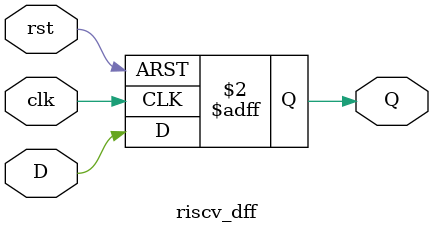
<source format=sv>
module riscv_dff #(parameter N = 1) (
  input  logic         clk,
  input  logic         rst,
  input  logic [N-1:0] D  ,
  output logic [N-1:0] Q
);
  always_ff @(posedge clk or posedge rst) begin
    if(rst)
      Q <= 'b0;
    else
      Q <= D;
  end
endmodule
</source>
